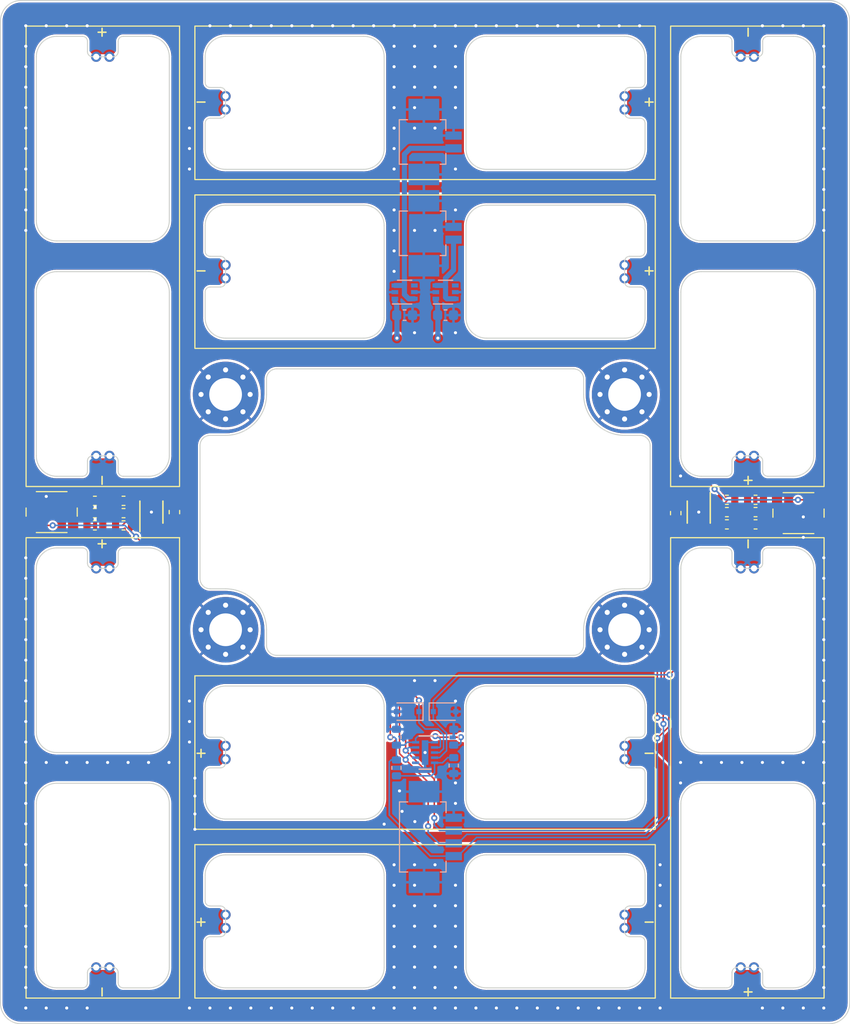
<source format=kicad_pcb>
(kicad_pcb (version 20211014) (generator pcbnew)

  (general
    (thickness 1.004)
  )

  (paper "A4")
  (title_block
    (title "BUTCube - Solar module XY")
    (date "2021-06-01")
    (rev "v1.0")
    (company "VUT")
    (comment 1 "Author: Petr Malaník")
  )

  (layers
    (0 "F.Cu" signal)
    (31 "B.Cu" signal)
    (34 "B.Paste" user)
    (35 "F.Paste" user)
    (36 "B.SilkS" user "B.Silkscreen")
    (37 "F.SilkS" user "F.Silkscreen")
    (38 "B.Mask" user)
    (39 "F.Mask" user)
    (40 "Dwgs.User" user "User.Drawings")
    (41 "Cmts.User" user "User.Comments")
    (42 "Eco1.User" user "User.Eco1")
    (43 "Eco2.User" user "User.Eco2")
    (44 "Edge.Cuts" user)
    (45 "Margin" user)
    (46 "B.CrtYd" user "B.Courtyard")
    (47 "F.CrtYd" user "F.Courtyard")
    (48 "B.Fab" user)
    (49 "F.Fab" user)
    (50 "User.1" user)
    (51 "User.2" user)
  )

  (setup
    (stackup
      (layer "F.SilkS" (type "Top Silk Screen"))
      (layer "F.Paste" (type "Top Solder Paste"))
      (layer "F.Mask" (type "Top Solder Mask") (color "Blue") (thickness 0.01))
      (layer "F.Cu" (type "copper") (thickness 0.017))
      (layer "dielectric 1" (type "core") (thickness 0.95) (material "FR4") (epsilon_r 4.5) (loss_tangent 0.02))
      (layer "B.Cu" (type "copper") (thickness 0.017))
      (layer "B.Mask" (type "Bottom Solder Mask") (color "Blue") (thickness 0.01))
      (layer "B.Paste" (type "Bottom Solder Paste"))
      (layer "B.SilkS" (type "Bottom Silk Screen"))
      (copper_finish "ENIG")
      (dielectric_constraints no)
    )
    (pad_to_mask_clearance 0)
    (pcbplotparams
      (layerselection 0x00010f0_ffffffff)
      (disableapertmacros false)
      (usegerberextensions false)
      (usegerberattributes true)
      (usegerberadvancedattributes true)
      (creategerberjobfile false)
      (svguseinch false)
      (svgprecision 6)
      (excludeedgelayer true)
      (plotframeref false)
      (viasonmask false)
      (mode 1)
      (useauxorigin false)
      (hpglpennumber 1)
      (hpglpenspeed 20)
      (hpglpendiameter 15.000000)
      (dxfpolygonmode true)
      (dxfimperialunits true)
      (dxfusepcbnewfont true)
      (psnegative false)
      (psa4output false)
      (plotreference false)
      (plotvalue false)
      (plotinvisibletext false)
      (sketchpadsonfab false)
      (subtractmaskfromsilk false)
      (outputformat 1)
      (mirror false)
      (drillshape 0)
      (scaleselection 1)
      (outputdirectory "gerbers")
    )
  )

  (net 0 "")
  (net 1 "Net-(SC1-Pad2)")
  (net 2 "Net-(SC3-Pad2)")
  (net 3 "VCC")
  (net 4 "/SDA")
  (net 5 "/SCL")
  (net 6 "/Solar_unit_1/OUT")
  (net 7 "/Solar_unit_2/OUT")
  (net 8 "/PH_1")
  (net 9 "Net-(R2-Pad2)")
  (net 10 "Net-(R4-Pad2)")
  (net 11 "Net-(R6-Pad2)")
  (net 12 "/PH_2")
  (net 13 "Net-(R10-Pad1)")
  (net 14 "Net-(R11-Pad2)")
  (net 15 "Net-(R13-Pad2)")
  (net 16 "unconnected-(U1-Pad3)")
  (net 17 "unconnected-(U2-Pad3)")
  (net 18 "Net-(R15-Pad2)")
  (net 19 "unconnected-(U3-Pad6)")
  (net 20 "unconnected-(U3-Pad7)")
  (net 21 "Net-(SC5-Pad2)")
  (net 22 "Net-(SC7-Pad2)")
  (net 23 "GND")
  (net 24 "Net-(SC2-Pad2)")
  (net 25 "Net-(C3-Pad1)")
  (net 26 "Net-(C4-Pad1)")
  (net 27 "Net-(SC6-Pad2)")

  (footprint "TCY_passives:R_0603_1608Metric" (layer "F.Cu") (at 117.225 94.1 180))

  (footprint "Package_DFN_QFN:DFN-8-1EP_3x2mm_P0.5mm_EP1.3x1.5mm" (layer "F.Cu") (at 176.25 94 -90))

  (footprint "TCY_solar:SM141K04LV" (layer "F.Cu") (at 149.5 54 180))

  (footprint "TCY_smd_leds:VEMD5160X" (layer "F.Cu") (at 186 94.1 -90))

  (footprint "MountingHole:MountingHole_3.2mm_M3_Pad_Via" (layer "F.Cu") (at 169 82.5))

  (footprint "TCY_passives:R_0603_1608Metric" (layer "F.Cu") (at 179 94))

  (footprint "TCY_solar:SM141K04LV" (layer "F.Cu") (at 149.5 117.5))

  (footprint "TCY_passives:R_0603_1608Metric" (layer "F.Cu") (at 179 92.8))

  (footprint "TCY_solar:SM141K04LV" (layer "F.Cu") (at 118 69 -90))

  (footprint "MountingHole:MountingHole_3.2mm_M3_Pad_Via" (layer "F.Cu") (at 130 105.5))

  (footprint "TCY_passives:R_0603_1608Metric" (layer "F.Cu") (at 117.225 92.9 180))

  (footprint "TCY_passives:R_0603_1608Metric" (layer "F.Cu") (at 120.025 92.9 180))

  (footprint "TCY_passives:R_0603_1608Metric" (layer "F.Cu") (at 181.8 92.8))

  (footprint "TCY_passives:R_0603_1608Metric" (layer "F.Cu") (at 181.8 95.2))

  (footprint "Resistor_SMD:R_0603_1608Metric" (layer "F.Cu") (at 174 94.1 90))

  (footprint "TCY_passives:R_0603_1608Metric" (layer "F.Cu") (at 120.025 94.1 180))

  (footprint "TCY_solar:SM141K04LV" (layer "F.Cu") (at 149.5 70.5 180))

  (footprint "TCY_passives:R_0603_1608Metric" (layer "F.Cu") (at 117.225 95.3 180))

  (footprint "TCY_passives:R_0603_1608Metric" (layer "F.Cu") (at 120.025 95.3 180))

  (footprint "TCY_solar:SM141K04LV" (layer "F.Cu") (at 149.5 134))

  (footprint "TCY_solar:SM141K04LV" (layer "F.Cu") (at 181 119 90))

  (footprint "Package_DFN_QFN:DFN-8-1EP_3x2mm_P0.5mm_EP1.3x1.5mm" (layer "F.Cu") (at 122.75 94 90))

  (footprint "TCY_solar:SM141K04LV" (layer "F.Cu") (at 181 69 90))

  (footprint "MountingHole:MountingHole_3.2mm_M3_Pad_Via" (layer "F.Cu") (at 169 105.5))

  (footprint "TCY_solar:SM141K04LV" (layer "F.Cu") (at 118 119 -90))

  (footprint "MountingHole:MountingHole_3.2mm_M3_Pad_Via" (layer "F.Cu") (at 130 82.5))

  (footprint "TCY_passives:R_0603_1608Metric" (layer "F.Cu") (at 181.8 94))

  (footprint "TCY_smd_leds:VEMD5160X" (layer "F.Cu") (at 113 94 90))

  (footprint "Resistor_SMD:R_0603_1608Metric" (layer "F.Cu") (at 125 94 -90))

  (footprint "TCY_passives:R_0603_1608Metric" (layer "F.Cu") (at 179 95.2))

  (footprint "TCY_connectors:Amphenol_10114830-11103LF_1x04_P1.25mm_Horizontal" (layer "B.Cu") (at 149.25 125.75 90))

  (footprint "Capacitor_SMD:C_0603_1608Metric" (layer "B.Cu") (at 151.5 74.75))

  (footprint "TCY_passives:C_0603_1608Metric" (layer "B.Cu") (at 152.3 116 90))

  (footprint "Diode_SMD:D_SOD-323F" (layer "B.Cu") (at 147.8 113.5 180))

  (footprint "Capacitor_SMD:C_0603_1608Metric" (layer "B.Cu") (at 147.5 74.75))

  (footprint "TCY_passives:C_0603_1608Metric" (layer "B.Cu") (at 146.7 116 90))

  (footprint "Package_TO_SOT_SMD:SOT-363_SC-70-6" (layer "B.Cu") (at 151.5 72.5))

  (footprint "TCY_passives:R_0603_1608Metric" (layer "B.Cu") (at 152.3 118.775 -90))

  (footprint "TCY_passives:R_0603_1608Metric" (layer "B.Cu") (at 146.7 119 -90))

  (footprint "TCY_connectors:Amphenol_10114830-11102LF_1x02_P1.25mm_Horizontal" (layer "B.Cu") (at 151.48 57.825 90))

  (footprint "Package_DFN_QFN:DFN-10-1EP_2x3mm_P0.5mm_EP0.64x2.4mm" (layer "B.Cu") (at 149.5 117.5 180))

  (footprint "Diode_SMD:D_SOD-323F" (layer "B.Cu") (at 151.4 113.5))

  (footprint "TCY_connectors:Amphenol_10114830-11102LF_1x02_P1.25mm_Horizontal" (layer "B.Cu") (at 151.48 66.75 90))

  (footprint "Package_TO_SOT_SMD:SOT-363_SC-70-6" (layer "B.Cu") (at 147.5 72.5))

  (gr_rect (start 145.5 134) (end 153.5 112) (layer "Cmts.User") (width 0.15) (fill none) (tstamp 57a3c598-cb5a-4daf-9af4-979529093240))
  (gr_rect (start 145.5 76) (end 153.5 54) (layer "Cmts.User") (width 0.15) (fill none) (tstamp b317603f-a2d3-4ae2-8a83-32b7652d7e8c))
  (gr_line (start 176.500001 97.500001) (end 179.000001 97.500001) (layer "Edge.Cuts") (width 0.1) (tstamp 00b3e1ef-a67e-4d3a-b80d-f50482a8195e))
  (gr_arc (start 129.500001 132.500001) (mid 129.853554 132.646448) (end 130.000001 133.000001) (layer "Edge.Cuts") (width 0.1) (tstamp 00e6beb7-1e10-497b-988c-c94ca5df12b1))
  (gr_arc (start 176.500001 140.500001) (mid 175.085787 139.914215) (end 174.500001 138.500001) (layer "Edge.Cuts") (width 0.1) (tstamp 0264496f-a315-49e7-882a-e9d60ef9d761))
  (gr_line (start 169.000001 55.000001) (end 169.000001 53.000001) (layer "Edge.Cuts") (width 0.1) (tstamp 030ef28a-29d4-4f58-92e8-740bf14ab01d))
  (gr_arc (start 170.500001 86.500001) (mid 171.207108 86.792894) (end 171.500001 87.500001) (layer "Edge.Cuts") (width 0.1) (tstamp 03946f11-006e-4043-98f0-b932c8e6cc34))
  (gr_line (start 134.000001 82.500001) (end 134.000001 81.000001) (layer "Edge.Cuts") (width 0.1) (tstamp 03ebb772-1d47-4ea8-bee6-438a5351f43f))
  (gr_line (start 145.500001 75.000001) (end 145.500001 66.000001) (layer "Edge.Cuts") (width 0.1) (tstamp 0674b05c-22ab-4675-8356-346b2be22ccb))
  (gr_line (start 130.000001 47.500001) (end 143.500001 47.500001) (layer "Edge.Cuts") (width 0.1) (tstamp 088ac4dd-3daa-40fb-af75-a87d2ca18cab))
  (gr_line (start 128.000001 138.500001) (end 128.000001 136.000001) (layer "Edge.Cuts") (width 0.1) (tstamp 08ad1628-8b1b-47ef-b26f-00efc5c5edd7))
  (gr_line (start 129.500001 69.000001) (end 128.500001 69.000001) (layer "Edge.Cuts") (width 0.1) (tstamp 0a17cd0c-c216-4052-9779-c98cdac11059))
  (gr_arc (start 174.500001 122.500001) (mid 175.085787 121.085787) (end 176.500001 120.500001) (layer "Edge.Cuts") (width 0.1) (tstamp 0aa384b9-5fdf-4a25-8097-ef31896fbb26))
  (gr_line (start 108.000001 46.000001) (end 108.000001 142.000001) (layer "Edge.Cuts") (width 0.1) (tstamp 0ad08118-9899-463a-b697-72649ee59560))
  (gr_line (start 185.500001 90.500001) (end 183.000001 90.500001) (layer "Edge.Cuts") (width 0.1) (tstamp 0b646642-449f-4617-ad23-1781968649e2))
  (gr_arc (start 120.000001 90.500001) (mid 119.646448 90.353554) (end 119.500001 90.000001) (layer "Edge.Cuts") (width 0.1) (tstamp 0b8a7e74-e02a-4f46-8e2c-6246a3838cca))
  (gr_line (start 119.500001 89.000001) (end 119.500001 90.000001) (layer "Edge.Cuts") (width 0.1) (tstamp 0f9e0cb3-2fd0-4d5d-a2fe-80065912e294))
  (gr_arc (start 116.500001 89.000001) (mid 116.646448 88.646448) (end 117.000001 88.500001) (layer "Edge.Cuts") (width 0.1) (tstamp 12601d4d-9f6b-441d-bd90-fada6e4b87e5))
  (gr_arc (start 187.500001 88.500001) (mid 186.914215 89.914215) (end 185.500001 90.500001) (layer "Edge.Cuts") (width 0.1) (tstamp 133f56f4-a29c-4cbf-87b7-9d99a292e3c0))
  (gr_line (start 135.000001 80.000001) (end 164.000001 80.000001) (layer "Edge.Cuts") (width 0.1) (tstamp 14242bae-8524-4027-8ca6-e45db1acc693))
  (gr_arc (start 155.500001 77.000001) (mid 154.085787 76.414215) (end 153.500001 75.000001) (layer "Edge.Cuts") (width 0.1) (tstamp 146b09be-e3d7-4be9-aa98-90524a1ba26a))
  (gr_line (start 128.000001 68.500001) (end 128.000001 66.000001) (layer "Edge.Cuts") (width 0.1) (tstamp 152f7b3a-2310-423c-81ce-7f34ea88d024))
  (gr_arc (start 171.000001 58.500001) (mid 170.414215 59.914215) (end 169.000001 60.500001) (layer "Edge.Cuts") (width 0.1) (tstamp 19d605d5-1915-4376-b100-e3274f9d2a86))
  (gr_arc (start 155.500001 124.000001) (mid 154.085787 123.414215) (end 153.500001 122.000001) (layer "Edge.Cuts") (width 0.1) (tstamp 1a4ba80d-ce84-49d9-9aa9-382d973157ab))
  (gr_arc (start 124.500001 115.500001) (mid 123.914215 116.914215) (end 122.500001 117.500001) (layer "Edge.Cuts") (width 0.1) (tstamp 1b3793fa-ff31-49ac-80ce-fefcb9512f06))
  (gr_line (start 187.500001 115.500001) (end 187.500001 99.500001) (layer "Edge.Cuts") (width 0.1) (tstamp 1b93425f-eab6-4cb4-a982-fcb1369c2021))
  (gr_line (start 169.500001 55.500001) (end 170.500001 55.500001) (layer "Edge.Cuts") (width 0.1) (tstamp 1c9c256d-6e33-4e33-93ee-bae4c57e6347))
  (gr_line (start 122.500001 140.500001) (end 120.000001 140.500001) (layer "Edge.Cuts") (width 0.1) (tstamp 1d523ade-1f78-4031-a299-2ae4450d1b44))
  (gr_line (start 169.500001 119.000001) (end 170.500001 119.000001) (layer "Edge.Cuts") (width 0.1) (tstamp 1d53c7b8-4c2d-4664-ba7a-bb66bb6b7ebb))
  (gr_line (start 171.000001 113.000001) (end 171.000001 115.500001) (layer "Edge.Cuts") (width 0.1) (tstamp 1db1b457-10db-48a4-829b-5c34723fa2ee))
  (gr_line (start 129.500001 55.500001) (end 128.500001 55.500001) (layer "Edge.Cuts") (width 0.1) (tstamp 1e6d97e8-40a2-4ca6-8b3a-afb965f9ba4d))
  (gr_line (start 122.500001 67.500001) (end 113.500001 67.500001) (layer "Edge.Cuts") (width 0.1) (tstamp 1fde3468-aba6-49c6-a7b7-d865dd7484de))
  (gr_line (start 145.500001 49.500001) (end 145.500001 58.500001) (layer "Edge.Cuts") (width 0.1) (tstamp 20e49b1d-d90a-4488-89fc-ee4eaba24864))
  (gr_line (start 153.500001 75.000001) (end 153.500001 66.000001) (layer "Edge.Cuts") (width 0.1) (tstamp 20e878ea-6838-4335-b917-a9cfaf287486))
  (gr_line (start 187.500001 65.500001) (end 187.500001 49.500001) (layer "Edge.Cuts") (width 0.1) (tstamp 2145192e-276b-41fd-b6c1-ef3031e7403e))
  (gr_line (start 182.500001 98.000001) (end 182.500001 99.000001) (layer "Edge.Cuts") (width 0.1) (tstamp 22aa810a-f72f-4792-84bb-a49465ad20c6))
  (gr_arc (start 169.500001 55.500001) (mid 169.146448 55.353554) (end 169.000001 55.000001) (layer "Edge.Cuts") (width 0.1) (tstamp 22ffcec7-c46b-4002-84e5-0af591b2b6ed))
  (gr_arc (start 128.000001 56.000001) (mid 128.146448 55.646448) (end 128.500001 55.500001) (layer "Edge.Cuts") (width 0.1) (tstamp 24e3289b-8b0f-4967-aaa3-6d372baf7f6a))
  (gr_line (start 129.500001 116.000001) (end 128.500001 116.000001) (layer "Edge.Cuts") (width 0.1) (tstamp 25b7e7be-81db-41bf-a39a-a8e859cadcc4))
  (gr_line (start 171.000001 129.500001) (end 171.000001 132.000001) (layer "Edge.Cuts") (width 0.1) (tstamp 27e08f43-7223-49b1-ae5d-107c06c521d8))
  (gr_line (start 113.500001 47.500001) (end 116.000001 47.500001) (layer "Edge.Cuts") (width 0.1) (tstamp 28880334-2eea-4eb9-89a4-483b3e1d1085))
  (gr_arc (start 124.500001 88.500001) (mid 123.914215 89.914215) (end 122.500001 90.500001) (layer "Edge.Cuts") (width 0.1) (tstamp 2b230d1e-6a37-452f-9bf2-0788512b3357))
  (gr_line (start 189.000001 44.000001) (end 110.000001 44.000001) (layer "Edge.Cuts") (width 0.1) (tstamp 2b4ed30a-94e5-4229-8b59-792fb0488906))
  (gr_arc (start 174.500001 99.500001) (mid 175.085787 98.085787) (end 176.500001 97.500001) (layer "Edge.Cuts") (width 0.1) (tstamp 2cdfa19e-b112-44a2-b41b-380a0ec51a7c))
  (gr_line (start 117.000001 138.500001) (end 119.000001 138.500001) (layer "Edge.Cuts") (width 0.1) (tstamp 2d15909f-4f85-4a6a-8471-b6060751bdb3))
  (gr_arc (start 171.500001 100.500001) (mid 171.207108 101.207108) (end 170.500001 101.500001) (layer "Edge.Cuts") (width 0.1) (tstamp 2d46d92a-c3d3-4904-ace8-85eda27f583f))
  (gr_line (start 113.500001 70.500001) (end 122.500001 70.500001) (layer "Edge.Cuts") (width 0.1) (tstamp 2d7f4422-cbf8-4d75-bbf0-dc9079e0f02b))
  (gr_arc (start 155.500001 140.500001) (mid 154.085787 139.914215) (end 153.500001 138.500001) (layer "Edge.Cuts") (width 0.1) (tstamp 2da46a10-7c4e-4e0c-947c-84a07e3a6cde))
  (gr_arc (start 153.500001 113.000001) (mid 154.085787 111.585787) (end 155.500001 111.000001) (layer "Edge.Cuts") (width 0.1) (tstamp 2de1f222-3821-4b11-bd3b-25af54a353af))
  (gr_arc (start 130.000001 101.500001) (mid 132.828428 102.671574) (end 134.000001 105.500001) (layer "Edge.Cuts") (width 0.1) (tstamp 2e02b543-01b1-4cbb-9a25-dc44ab15b711))
  (gr_line (start 119.000001 99.500001) (end 117.000001 99.500001) (layer "Edge.Cuts") (width 0.1) (tstamp 2edac425-3ba0-4ebe-a032-bb842fa3ad88))
  (gr_line (start 119.000001 49.500001) (end 117.000001 49.500001) (layer "Edge.Cuts") (width 0.1) (tstamp 2f6d15c7-4477-4ad9-a200-c7308ef4b846))
  (gr_arc (start 119.500001 99.000001) (mid 119.353554 99.353554) (end 119.000001 99.500001) (layer "Edge.Cuts") (width 0.1) (tstamp 3181f291-c5fb-41cb-a3ce-c0b352ce52ff))
  (gr_line (start 182.500001 89.000001) (end 182.500001 90.000001) (layer "Edge.Cuts") (width 0.1) (tstamp 33077d7c-6c18-47c6-bcc3-cf5f9439b6b3))
  (gr_line (start 164.000001 108.000001) (end 135.000001 108.000001) (layer "Edge.Cuts") (width 0.1) (tstamp 33e0e859-4743-43d1-a450-28fb471d9ddb))
  (gr_arc (start 111.500001 122.500001) (mid 112.085787 121.085787) (end 113.500001 120.500001) (layer "Edge.Cuts") (width 0.1) (tstamp 3428f648-649e-4f45-a71e-37f8a047f21c))
  (gr_line (start 124.500001 99.500001) (end 124.500001 115.500001) (layer "Edge.Cuts") (width 0.1) (tstamp 34c4fedd-25e2-4eca-9c20-596369d74ac7))
  (gr_line (start 127.500001 87.500001) (end 127.500001 100.500001) (layer "Edge.Cuts") (width 0.1) (tstamp 34e4d4fc-cfc8-4e3d-b862-7e32f38b2912))
  (gr_arc (start 145.500001 75.000001) (mid 144.914215 76.414215) (end 143.500001 77.000001) (layer "Edge.Cuts") (width 0.1) (tstamp 377925c6-3385-454d-9dcb-bc3a5653bbda))
  (gr_arc (start 171.000001 138.500001) (mid 170.414215 139.914215) (end 169.000001 140.500001) (layer "Edge.Cuts") (width 0.1) (tstamp 37983a08-54f0-4e46-96c1-0b812cfee02d))
  (gr_arc (start 169.000001 127.500001) (mid 170.414215 128.085787) (end 171.000001 129.500001) (layer "Edge.Cuts") (width 0.1) (tstamp 37dca2bb-7b7c-4bca-9c23-fafb0004f606))
  (gr_arc (start 128.000001 129.500001) (mid 128.585787 128.085787) (end 130.000001 127.500001) (layer "Edge.Cuts") (width 0.1) (tstamp 38e4a7cc-c8a7-4fa4-af0d-cd5b9016332a))
  (gr_line (start 130.000001 133.000001) (end 130.000001 135.000001) (layer "Edge.Cuts") (width 0.1) (tstamp 397bfb33-6c37-4a89-a4ee-95e5259e0966))
  (gr_line (start 182.000001 49.500001) (end 180.000001 49.500001) (layer "Edge.Cuts") (width 0.1) (tstamp 3a5d34ae-87c5-4ae4-a8f2-c5f32c24f5c4))
  (gr_arc (start 165.000001 105.500001) (mid 166.171574 102.671574) (end 169.000001 101.500001) (layer "Edge.Cuts") (width 0.1) (tstamp 3be023fa-95ae-4bfb-b1f4-bebf37df07b2))
  (gr_arc (start 119.500001 49.000001) (mid 119.353554 49.353554) (end 119.000001 49.500001) (layer "Edge.Cuts") (width 0.1) (tstamp 3c695ccc-06b0-4bcf-a704-380ff89b5ef2))
  (gr_line (start 111.500001 99.500001) (end 111.500001 115.500001) (layer "Edge.Cuts") (width 0.1) (tstamp 3e78e5c6-f844-41c6-971f-ceac04097f2d))
  (gr_line (start 145.500001 113.000001) (end 145.500001 122.000001) (layer "Edge.Cuts") (width 0.1) (tstamp 3f54ac1c-0121-4a51-8a79-50616823a414))
  (gr_arc (start 169.000001 69.500001) (mid 169.146448 69.146448) (end 169.500001 69.000001) (layer "Edge.Cuts") (width 0.1) (tstamp 3fd72aaf-9a23-4622-82b9-5c9b61663b15))
  (gr_arc (start 171.000001 115.500001) (mid 170.853554 115.853554) (end 170.500001 116.000001) (layer "Edge.Cuts") (width 0.1) (tstamp 3ff64ec7-0511-46fe-a046-f2152f15b260))
  (gr_arc (start 128.500001 116.000001) (mid 128.146448 115.853554) (end 128.000001 115.500001) (layer "Edge.Cuts") (width 0.1) (tstamp 40e68bf0-fcae-443a-bf2f-15ac723e05fb))
  (gr_arc (start 182.000001 138.500001) (mid 182.353554 138.646448) (end 182.500001 139.000001) (layer "Edge.Cuts") (width 0.1) (tstamp 41c27958-b0b3-4c40-be05-01ba5156f7ec))
  (gr_arc (start 119.500001 98.000001) (mid 119.646448 97.646448) (end 120.000001 97.500001) (layer "Edge.Cuts") (width 0.1) (tstamp 41fc4511-ad21-4276-8888-4e4c322e3b3e))
  (gr_arc (start 119.000001 88.500001) (mid 119.353554 88.646448) (end 119.500001 89.000001) (layer "Edge.Cuts") (width 0.1) (tstamp 43a9bf09-97ca-4edd-9732-e421ab7ff713))
  (gr_line (start 130.000001 127.500001) (end 143.500001 127.500001) (layer "Edge.Cuts") (width 0.1) (tstamp 445c03d1-be8f-4e9b-a1d4-fe6666d2d99d))
  (gr_line (start 182.500001 49.000001) (end 182.500001 48.000001) (layer "Edge.Cuts") (width 0.1) (tstamp 45580011-4377-47e9-afe0-9e7c1de12b0b))
  (gr_line (start 128.000001 75.000001) (end 128.000001 72.500001) (layer "Edge.Cuts") (width 0.1) (tstamp 458f49a1-1659-49b5-b1e9-c39a470bf0c6))
  (gr_line (start 176.500001 70.500001) (end 185.500001 70.500001) (layer "Edge.Cuts") (width 0.1) (tstamp 45dd537d-543e-414b-830f-4eb2d15efdeb))
  (gr_line (start 113.500001 120.500001) (end 122.500001 120.500001) (layer "Edge.Cuts") (width 0.1) (tstamp 46a54584-d0a7-470a-b1fb-466c0c598793))
  (gr_line (start 155.500001 127.500001) (end 169.000001 127.500001) (layer "Edge.Cuts") (width 0.1) (tstamp 474ac12d-2343-418e-be2c-60d7e0ad313b))
  (gr_line (start 116.500001 49.000001) (end 116.500001 48.000001) (layer "Edge.Cuts") (width 0.1) (tstamp 484b1152-4acd-411f-83ac-5dfd6c63aa5d))
  (gr_arc (start 180.000001 99.500001) (mid 179.646448 99.353554) (end 179.500001 99.000001) (layer "Edge.Cuts") (width 0.1) (tstamp 488c867e-a049-4c6d-9b5d-2265700d3176))
  (gr_line (start 169.500001 72.000001) (end 170.500001 72.000001) (layer "Edge.Cuts") (width 0.1) (tstamp 48a74fda-262e-44f5-8230-64904578ae97))
  (gr_arc (start 117.000001 99.500001) (mid 116.646448 99.353554) (end 116.500001 99.000001) (layer "Edge.Cuts") (width 0.1) (tstamp 4c3fd363-83bd-4872-a414-a437b42b446f))
  (gr_line (start 124.500001 72.500001) (end 124.500001 88.500001) (layer "Edge.Cuts") (width 0.1) (tstamp 4ccfa111-56d3-4e74-a6e4-be1181061378))
  (gr_line (start 119.500001 49.000001) (end 119.500001 48.000001) (layer "Edge.Cuts") (width 0.1) (tstamp 4cf29f4f-7b1f-4bcb-ae58-fd42cb5b93c1))
  (gr_arc (start 182.500001 98.000001) (mid 182.646448 97.646448) (end 183.000001 97.500001) (layer "Edge.Cuts") (width 0.1) (tstamp 4db26184-fd34-4461-8db6-a8c94c84e31b))
  (gr_arc (start 183.000001 90.500001) (mid 182.646448 90.353554) (end 182.500001 90.000001) (layer "Edge.Cuts") (width 0.1) (tstamp 4e21098b-d83d-44b1-81a5-73a532da4f98))
  (gr_arc (start 182.500001 48.000001) (mid 182.646448 47.646448) (end 183.000001 47.500001) (layer "Edge.Cuts") (width 0.1) (tstamp 4f4d776a-c863-498c-ba7b-80f36ec5fcef))
  (gr_line (start 174.500001 138.500001) (end 174.500001 122.500001) (layer "Edge.Cuts") (width 0.1) (tstamp 51a0096a-bf68-48e8-9e65-60c4d94b442e))
  (gr_arc (start 171.000001 122.000001) (mid 170.414215 123.414215) (end 169.000001 124.000001) (layer "Edge.Cuts") (width 0.1) (tstamp 534357e3-65fc-461b-9315-61f184736996))
  (gr_line (start 130.000001 101.500001) (end 128.500001 101.500001) (layer "Edge.Cuts") (width 0.1) (tstamp 53560205-dbdc-4532-b74b-57e7e3bc4322))
  (gr_arc (start 143.500001 64.000001) (mid 144.914215 64.585787) (end 145.500001 66.000001) (layer "Edge.Cuts") (width 0.1) (tstamp 542dc222-86ac-426c-98a1-878ba5db7664))
  (gr_line (start 187.500001 88.500001) (end 187.500001 72.500001) (layer "Edge.Cuts") (width 0.1) (tstamp 543e5e99-3e6f-460c-8fd7-270593f3971d))
  (gr_arc (start 169.000001 116.500001) (mid 169.146448 116.146448) (end 169.500001 116.000001) (layer "Edge.Cuts") (width 0.1) (tstamp 5464dceb-759b-4bcc-979a-5f5d3cd5bc3b))
  (gr_arc (start 122.500001 120.500001) (mid 123.914215 121.085787) (end 124.500001 122.500001) (layer "Edge.Cuts") (width 0.1) (tstamp 55b6f857-c229-407e-9d6c-406126b201d2))
  (gr_line (start 170.500001 52.500001) (end 169.500001 52.500001) (layer "Edge.Cuts") (width 0.1) (tstamp 55cd1773-c392-4823-b31a-26f4a1e31ceb))
  (gr_arc (start 171.000001 68.500001) (mid 170.853554 68.853554) (end 170.500001 69.000001) (layer "Edge.Cuts") (width 0.1) (tstamp 5726b3c7-2b95-4430-99e5-27f8506a3256))
  (gr_arc (start 122.500001 97.500001) (mid 123.914215 98.085787) (end 124.500001 99.500001) (layer "Edge.Cuts") (width 0.1) (tstamp 588d4719-46e3-40bf-95a5-c059739220dc))
  (gr_line (start 169.500001 116.000001) (end 170.500001 116.000001) (layer "Edge.Cuts") (width 0.1) (tstamp 5939fcbc-c8ae-4e0f-899d-09f817dee4c3))
  (gr_line (start 122.500001 90.500001) (end 120.000001 90.500001) (layer "Edge.Cuts") (width 0.1) (tstamp 59dd685b-56f7-4f0f-97b4-05145ca69713))
  (gr_arc (start 129.500001 69.000001) (mid 129.853554 69.146448) (end 130.000001 69.500001) (layer "Edge.Cuts") (width 0.1) (tstamp 5c9228a6-a03b-4ba7-b25b-d9626c5d0c7e))
  (gr_arc (start 170.500001 135.500001) (mid 170.853554 135.646448) (end 171.000001 136.000001) (layer "Edge.Cuts") (width 0.1) (tstamp 5d2461c2-6696-465b-9dc1-9916a784d756))
  (gr_arc (start 174.500001 49.500001) (mid 175.085787 48.085787) (end 176.500001 47.500001) (layer "Edge.Cuts") (width 0.1) (tstamp 5dcfad58-3351-4e22-bcc6-e3be953d002d))
  (gr_arc (start 110.000001 144.000001) (mid 108.585787 143.414215) (end 108.000001 142.000001) (layer "Edge.Cuts") (width 0.1) (tstamp 5dde91f8-ddf6-45eb-a0db-b81980ac66ac))
  (gr_line (start 155.500001 47.500001) (end 169.000001 47.500001) (layer "Edge.Cuts") (width 0.1) (tstamp 5f469285-6199-47ab-89d2-08f6c2b8969e))
  (gr_line (start 174.500001 88.500001) (end 174.500001 72.500001) (layer "Edge.Cuts") (width 0.1) (tstamp 5f66d579-93f2-4255-af6f-02a6bc247e8e))
  (gr_arc (start 129.500001 116.000001) (mid 129.853554 116.146448) (end 130.000001 116.500001) (layer "Edge.Cuts") (width 0.1) (tstamp 5f9f3e52-3a57-4b5d-b25a-149abc970f24))
  (gr_line (start 169.500001 132.500001) (end 170.500001 132.500001) (layer "Edge.Cuts") (width 0.1) (tstamp 6013f378-ecc9-443a-9af5-2536bfde409d))
  (gr_line (start 170.500001 86.500001) (end 169.000001 86.500001) (layer "Edge.Cuts") (width 0.1) (tstamp 60642185-3a5a-41d9-b933-ce289eb7af00))
  (gr_arc (start 169.000001 133.000001) (mid 169.146448 132.646448) (end 169.500001 132.500001) (layer "Edge.Cuts") (width 0.1) (tstamp 612f0468-549a-498c-bdd5-b17733fe9c8b))
  (gr_arc (start 153.500001 66.000001) (mid 154.085787 64.585787) (end 155.500001 64.000001) (layer "Edge.Cuts") (width 0.1) (tstamp 624e0fd0-7b9c-492b-99f7-a26a7bf6f591))
  (gr_line (start 122.500001 47.500001) (end 120.000001 47.500001) (layer "Edge.Cuts") (width 0.1) (tstamp 62b456ca-005b-4ca3-ac11-a01681ade9dc))
  (gr_line (start 170.500001 69.000001) (end 169.500001 69.000001) (layer "Edge.Cuts") (width 0.1) (tstamp 638c1bae-1fe9-4d18-84d5-682a76dc0da4))
  (gr_arc (start 169.500001 135.500001) (mid 169.146448 135.353554) (end 169.000001 135.000001) (layer "Edge.Cuts") (width 0.1) (tstamp 640ecc8f-4847-4dfd-b9bc-f4992f4fe153))
  (gr_arc (start 124.500001 65.500001) (mid 123.914215 66.914215) (end 122.500001 67.500001) (layer "Edge.Cuts") (width 0.1) (tstamp 64738936-cacc-4a67-bc6b-c1c75699a64b))
  (gr_arc (start 179.500001 90.000001) (mid 179.353554 90.353554) (end 179.000001 90.500001) (layer "Edge.Cuts") (width 0.1) (tstamp 6619f33b-2c1b-43bc-9f9f-45543b6e65b0))
  (gr_line (start 169.000001 101.500001) (end 170.500001 101.500001) (layer "Edge.Cuts") (width 0.1) (tstamp 661b85cb-4f0d-4333-b7e5-1c722564930b))
  (gr_line (start 117.000001 88.500001) (end 119.000001 88.500001) (layer "Edge.Cuts") (width 0.1) (tstamp 6a1071ea-7fe6-4e13-b952-7861233bc067))
  (gr_arc (start 128.000001 72.500001) (mid 128.146448 72.146448) (end 128.500001 72.000001) (layer "Edge.Cuts") (width 0.1) (tstamp 6a9f1378-6dcb-4f56-b0dc-d437ba52a1b8))
  (gr_arc (start 187.500001 138.500001) (mid 186.914215 139.914215) (end 185.500001 140.500001) (layer "Edge.Cuts") (width 0.1) (tstamp 6b02d891-3bc0-4d05-a062-d9ad6fea9f2d))
  (gr_arc (start 185.500001 47.500001) (mid 186.914215 48.085787) (end 187.500001 49.500001) (layer "Edge.Cuts") (width 0.1) (tstamp 6b6be34a-5f99-4f16-b23c-6db3722e59dd))
  (gr_arc (start 187.500001 65.500001) (mid 186.914215 66.914215) (end 185.500001 67.500001) (layer "Edge.Cuts") (width 0.1) (tstamp 6c67fafa-4edf-4657-ae06-99c8ef652a00))
  (gr_arc (start 185.500001 120.500001) (mid 186.914215 121.085787) (end 187.500001 122.500001) (layer "Edge.Cuts") (width 0.1) (tstamp 6d300e89-63c4-4faa-ac1a-f33c1e1013d6))
  (gr_line (start 119.500001 99.000001) (end 119.500001 98.000001) (layer "Edge.Cuts") (width 0.1) (tstamp 6e7855ec-c438-43b6-931f-2e203c6b8209))
  (gr_line (start 128.000001 52.000001) (end 128.000001 49.500001) (layer "Edge.Cuts") (width 0.1) (tstamp 6e9f473b-1e49-4cd8-a852-131d2e9964a7))
  (gr_line (start 129.500001 119.000001) (end 128.500001 119.000001) (layer "Edge.Cuts") (width 0.1) (tstamp 6ec52ffc-9916-4a62-a919-c732990d1b95))
  (gr_arc (start 113.500001 140.500001) (mid 112.085787 139.914215) (end 111.500001 138.500001) (layer "Edge.Cuts") (width 0.1) (tstamp 6f65455d-ee69-4121-8383-45f4b6cc3b22))
  (gr_arc (start 171.000001 52.000001) (mid 170.853554 52.353554) (end 170.500001 52.500001) (layer "Edge.Cuts") (width 0.1) (tstamp 6ff2dc95-8344-4250-abbb-fa4430e2d896))
  (gr_line (start 116.500001 89.000001) (end 116.500001 90.000001) (layer "Edge.Cuts") (width 0.1) (tstamp 70085084-4978-4bba-80cf-04b4f619c2c2))
  (gr_arc (start 169.000001 111.000001) (mid 170.414215 111.585787) (end 171.000001 113.000001) (layer "Edge.Cuts") (width 0.1) (tstamp 741c4e02-f87b-4215-90da-c12893529b95))
  (gr_line (start 111.500001 49.500001) (end 111.500001 65.500001) (layer "Edge.Cuts") (width 0.1) (tstamp 75abfcb3-cc4e-410b-9e29-e23520496e6a))
  (gr_line (start 143.500001 60.500001) (end 130.000001 60.500001) (layer "Edge.Cuts") (width 0.1) (tstamp 76134c69-efaa-4575-9308-4124986bd376))
  (gr_arc (start 120.000001 140.500001) (mid 119.646448 140.353554) (end 119.500001 140.000001) (layer "Edge.Cuts") (width 0.1) (tstamp 77ef45d7-d238-42ee-932e-91a83fec9dc3))
  (gr_line (start 130.000001 86.500001) (end 128.500001 86.500001) (layer "Edge.Cuts") (width 0.1) (tstamp 781e7b07-86b6-4f26-b829-9817875d3057))
  (gr_line (start 134.000001 107.000001) (end 134.000001 105.500001) (layer "Edge.Cuts") (width 0.1) (tstamp 782bede3-25ea-40d3-baab-5e90db1bae32))
  (gr_arc (start 128.000001 136.000001) (mid 128.146448 135.646448) (end 128.500001 135.500001) (layer "Edge.Cuts") (width 0.1) (tstamp 7956bd00-9221-46b2-968d-a3cf92e6e17d))
  (gr_arc (start 113.500001 67.500001) (mid 112.085787 66.914215) (end 111.500001 65.500001) (layer "Edge.Cuts") (width 0.1) (tstamp 796bf4ce-1452-4c61-b9eb-62c599fcf956))
  (gr_arc (start 182.500001 49.000001) (mid 182.353554 49.353554) (end 182.000001 49.500001) (layer "Edge.Cuts") (width 0.1) (tstamp 7986647a-bda0-4498-8db8-01205c46a3c4))
  (gr_line (start 169.000001 60.500001) (end 155.500001 60.500001) (layer "Edge.Cuts") (width 0.1) (tstamp 7a6c0cde-2477-4956-a7dc-fea7ca6e1c95))
  (gr_arc (start 130.000001 140.500001) (mid 128.585787 139.914215) (end 128.000001 138.500001) (layer "Edge.Cuts") (width 0.1) (tstamp 7c9dede2-35cf-405f-bfe4-f784f3157322))
  (gr_line (start 116.500001 98.000001) (end 116.500001 99.000001) (layer "Edge.Cuts") (width 0.1) (tstamp 7cc95ca8-447e-430b-aea3-4b87ed1a3302))
  (gr_line (start 183.000001 97.500001) (end 185.500001 97.500001) (layer "Edge.Cuts") (width 0.1) (tstamp 7d27ba4f-2264-4ac0-a041-02cb3e4462f3))
  (gr_arc (start 130.000001 60.500001) (mid 128.585787 59.914215) (end 128.000001 58.500001) (layer "Edge.Cuts") (width 0.1) (tstamp 80554289-e012-44b6-9f20-e48a343f410d))
  (gr_arc (start 174.500001 72.500001) (mid 175.085787 71.085787) (end 176.500001 70.500001) (layer "Edge.Cuts") (width 0.1) (tstamp 81601e11-250a-4f88-bc29-372fcf3f9d3f))
  (gr_arc (start 169.500001 72.000001) (mid 169.146448 71.853554) (end 169.000001 71.500001) (layer "Edge.Cuts") (width 0.1) (tstamp 82b39ea1-2f05-498f-8ef1-3f3e7ee7c2f5))
  (gr_line (start 128.000001 132.000001) (end 128.000001 129.500001) (layer "Edge.Cuts") (width 0.1) (tstamp 8458f8a4-f8c4-46e1-8c11-3da49265e2cb))
  (gr_line (start 182.000001 99.500001) (end 180.000001 99.500001) (layer "Edge.Cuts") (width 0.1) (tstamp 85d55c39-c34c-41c0-bc1f-dbfb726f47a1))
  (gr_arc (start 128.500001 132.500001) (mid 128.146448 132.353554) (end 128.000001 132.000001) (layer "Edge.Cuts") (width 0.1) (tstamp 86b6db2c-1e8f-4895-ba6a-8862494a460f))
  (gr_arc (start 182.000001 88.500001) (mid 182.353554 88.646448) (end 182.500001 89.000001) (layer "Edge.Cuts") (width 0.1) (tstamp 8749c304-9e63-4b89-a582-447b685a9a75))
  (gr_arc (start 185.500001 70.500001) (mid 186.914215 71.085787) (end 187.500001 72.500001) (layer "Edge.Cuts") (width 0.1) (tstamp 8a5cb9f8-63e0-433f-9c3d-2770fe56b9b6))
  (gr_arc (start 170.500001 55.500001) (mid 170.853554 55.646448) (end 171.000001 56.000001) (layer "Edge.Cuts") (width 0.1) (tstamp 8acb05ec-8539-4ff7-8e45-31727d5278d9))
  (gr_line (start 183.000001 140.500001) (end 185.500001 140.500001) (layer "Edge.Cuts") (width 0.1) (tstamp 8bb7be25-d56e-46dc-ae5a-5feab0542f5d))
  (gr_line (start 169.000001 135.000001) (end 169.000001 133.000001) (layer "Edge.Cuts") (width 0.1) (tstamp 8cf5aed7-5af9-4cf8-83ae-365c8a09b254))
  (gr_arc (start 128.000001 119.500001) (mid 128.146448 119.146448) (end 128.500001 119.000001) (layer "Edge.Cuts") (width 0.1) (tstamp 8e7def31-1ccf-48c7-90f0-5b0934dd49cd))
  (gr_line (start 169.000001 124.000001) (end 155.500001 124.000001) (layer "Edge.Cuts") (width 0.1) (tstamp 8ef94911-ae42-4fa9-8a54-f2ee9f796fc3))
  (gr_arc (start 130.000001 118.500001) (mid 129.853554 118.853554) (end 129.500001 119.000001) (layer "Edge.Cuts") (width 0.1) (tstamp 8f457c02-d521-4d68-9689-d03db85604ce))
  (gr_line (start 169.000001 77.000001) (end 155.500001 77.000001) (layer "Edge.Cuts") (width 0.1) (tstamp 8f91fd74-ea4c-4ea7-9a3c-b3c59a2f6891))
  (gr_line (start 171.000001 72.500001) (end 171.000001 75.000001) (layer "Edge.Cuts") (width 0.1) (tstamp 915888dd-bbe8-4532-aeab-d41342abb65b))
  (gr_arc (start 130.000001 135.000001) (mid 129.853554 135.353554) (end 129.500001 135.500001) (layer "Edge.Cuts") (width 0.1) (tstamp 93ccd5ae-b6e1-4ae8-83e9-3c261c8a88bd))
  (gr_arc (start 179.000001 47.500001) (mid 179.353554 47.646448) (end 179.500001 48.000001) (layer "Edge.Cuts") (width 0.1) (tstamp 93f748ec-c712-4d8a-8550-1e6820145c68))
  (gr_line (start 116.500001 139.000001) (end 116.500001 140.000001) (layer "Edge.Cuts") (width 0.1) (tstamp 94956737-8353-47c9-9868-8ae0d3e190af))
  (gr_arc (start 170.500001 72.000001) (mid 170.853554 72.146448) (end 171.000001 72.500001) (layer "Edge.Cuts") (width 0.1) (tstamp 94d20cef-2040-4438-a0d9-a8cc0017caac))
  (gr_line (start 143.500001 140.500001) (end 130.000001 140.500001) (layer "Edge.Cuts") (width 0.1) (tstamp 9660d879-cbb0-4699-b31b-959bcb24d401))
  (gr_line (start 130.000001 53.000001) (end 130.000001 55.000001) (layer "Edge.Cuts") (width 0.1) (tstamp 96ae93f8-dc51-43ba-baf5-c024f2ea8338))
  (gr_arc (start 113.500001 117.500001) (mid 112.085787 116.914215) (end 111.500001 115.500001) (layer "Edge.Cuts") (width 0.1) (tstamp 98909eb2-b365-4629-84b2-4eaf2d9ef303))
  (gr_line (start 179.500001 49.000001) (end 179.500001 48.000001) (layer "Edge.Cuts") (width 0.1) (tstamp 98add144-c468-4d83-a328-27a7914d0950))
  (gr_line (start 129.500001 72.000001) (end 128.500001 72.000001) (layer "Edge.Cuts") (width 0.1) (tstamp 990b9776-1469-4621-bc24-f77209ba3820))
  (gr_arc (start 116.000001 47.500001) (mid 116.353554 47.646448) (end 116.500001 48.000001) (layer "Edge.Cuts") (width 0.1) (tstamp 993438f9-f029-4591-820d-064e2e749435))
  (gr_line (start 180.000001 138.500001) (end 182.000001 138.500001) (layer "Edge.Cuts") (width 0.1) (tstamp 9abcfb7c-fa8b-43a3-be55-1a2e51209738))
  (gr_arc (start 182.500001 99.000001) (mid 182.353554 99.353554) (end 182.000001 99.500001) (layer "Edge.Cuts") (width 0.1) (tstamp 9b8d86b2-c4ec-4b86-85d8-f39652afc1a6))
  (gr_line (start 176.500001 117.500001) (end 185.500001 117.500001) (layer "Edge.Cuts") (width 0.1) (tstamp 9cb13042-736c-47d5-b51e-bfde7e0aa600))
  (gr_line (start 179.500001 90.000001) (end 179.500001 89.000001) (layer "Edge.Cuts") (width 0.1) (tstamp 9cdab6bd-4118-4aad-bf4c-0b295b90c664))
  (gr_arc (start 111.500001 72.500001) (mid 112.085787 71.085787) (end 113.500001 70.500001) (layer "Edge.Cuts") (width 0.1) (tstamp 9cdc7a16-0c75-479d-b3e0-24c04a085782))
  (gr_arc (start 116.500001 139.000001) (mid 116.646448 138.646448) (end 117.000001 138.500001) (layer "Edge.Cuts") (width 0.1) (tstamp 9d0b8179-d0da-4bfb-9b0b-05884f67af11))
  (gr_line (start 111.500001 72.500001) (end 111.500001 88.500001) (layer "Edge.Cuts") (width 0.1) (tstamp 9d89b714-4cd0-485c-8bd2-bea9c2db7ee5))
  (gr_arc (start 169.000001 86.500001) (mid 166.171574 85.328428) (end 165.000001 82.500001) (layer "Edge.Cuts") (width 0.1) (tstamp 9d97cc1c-ac66-46df-9167-a1e843806126))
  (gr_arc (start 124.500001 138.500001) (mid 123.914215 139.914215) (end 122.500001 140.500001) (layer "Edge.Cuts") (width 0.1) (tstamp 9edfc2ce-e1d5-4f5b-baba-6f7588c21264))
  (gr_line (start 145.500001 138.500001) (end 145.500001 129.500001) (layer "Edge.Cuts") (width 0.1) (tstamp 9f027b30-10f9-4342-9241-9be34715992b))
  (gr_line (start 187.500001 138.500001) (end 187.500001 122.500001) (layer "Edge.Cuts") (width 0.1) (tstamp 9f436784-02fd-4296-8179-a1c5a8c9cc81))
  (gr_line (start 189.000001 144.000001) (end 110.000001 144.000001) (layer "Edge.Cuts") (width 0.1) (tstamp 9fa1a746-788e-41c3-aae6-4891620f8526))
  (gr_line (start 130.000001 69.500001) (end 130.000001 71.500001) (layer "Edge.Cuts") (width 0.1) (tstamp 9fa21e4c-ed0f-42c6-8437-e7a91a901df1))
  (gr_arc (start 116.000001 97.500001) (mid 116.353554 97.646448) (end 116.500001 98.000001) (layer "Edge.Cuts") (width 0.1) (tstamp 9fcc2e00-aa04-4605-a3e7-55f48a90eb84))
  (gr_line (start 165.000001 107.000001) (end 165.000001 105.500001) (layer "Edge.Cuts") (width 0.1) (tstamp a25d5ecc-03b1-4a4a-9e7d-9d109a3cba93))
  (gr_line (start 116.000001 140.500001) (end 113.500001 140.500001) (layer "Edge.Cuts") (width 0.1) (tstamp a3e3e820-6208-4094-9c1d-f91f66c90009))
  (gr_arc (start 170.500001 119.000001) (mid 170.853554 119.146448) (end 171.000001 119.500001) (layer "Edge.Cuts") (width 0.1) (tstamp a457ea9f-ed9c-4b98-8e6c-5ba493780fcd))
  (gr_line (start 113.500001 97.500001) (end 116.000001 97.500001) (layer "Edge.Cuts") (width 0.1) (tstamp a4774177-d9c2-4539-9b5b-a880e6cfa704))
  (gr_line (start 176.500001 120.500001) (end 185.500001 120.500001) (layer "Edge.Cuts") (width 0.1) (tstamp a5353582-2a77-4e0e-93e6-7fa9d657d81a))
  (gr_line (start 171.000001 49.500001) (end 171.000001 52.000001) (layer "Edge.Cuts") (width 0.1) (tstamp a555a9cd-d56b-453c-8274-54647e0fd3ad))
  (gr_line (start 176.500001 140.500001) (end 179.000001 140.500001) (layer "Edge.Cuts") (width 0.1) (tstamp a5d72701-5787-406a-8067-2378a4f28a96))
  (gr_line (start 180.000001 88.500001) (end 182.000001 88.500001) (layer "Edge.Cuts") (width 0.1) (tstamp a60d4a6f-bbf9-4b44-9f0c-7dec92f1ce58))
  (gr_line (start 153.500001 113.000001) (end 153.500001 122.000001) (layer "Edge.Cuts") (width 0.1) (tstamp a6588d6c-5553-4866-b2bd-fea039a18f64))
  (gr_arc (start 179.500001 139.000001) (mid 179.646448 138.646448) (end 180.000001 138.500001) (layer "Edge.Cuts") (width 0.1) (tstamp a7432b28-2668-405a-84d6-8fdbb194fe23))
  (gr_arc (start 108.000001 46.000001) (mid 108.585787 44.585787) (end 110.000001 44.000001) (layer "Edge.Cuts") (width 0.1) (tstamp a89e0858-e18b-4c22-8db9-bf43627852fe))
  (gr_arc (start 128.500001 69.000001) (mid 128.146448 68.853554) (end 128.000001 68.500001) (layer "Edge.Cuts") (width 0.1) (tstamp a9d4a3db-6972-4c40-9783-e8caf5a4265e))
  (gr_arc (start 111.500001 49.500001) (mid 112.085787 48.085787) (end 113.500001 47.500001) (layer "Edge.Cuts") (width 0.1) (tstamp ab6bbdc1-58aa-4112-a9c2-93714c9d1fcc))
  (gr_line (start 143.500001 64.000001) (end 130.000001 64.000001) (layer "Edge.Cuts") (width 0.1) (tstamp ae08e55c-6544-4775-abdd-b6e7aa8e0b53))
  (gr_arc (start 185.500001 97.500001) (mid 186.914215 98.085787) (end 187.500001 99.500001) (layer "Edge.Cuts") (width 0.1) (tstamp ae305c31-0dc9-483b-85f1-7ad58a28e73f))
  (gr_arc (start 145.500001 122.000001) (mid 144.914215 123.414215) (end 143.500001 124.000001) (layer "Edge.Cuts") (width 0.1) (tstamp af40eb08-de68-4cc1-afcd-1d7ec59e90f4))
  (gr_arc (start 119.000001 138.500001) (mid 119.353554 138.646448) (end 119.500001 139.000001) (layer "Edge.Cuts") (width 0.1) (tstamp af8c6dc1-2bef-4975-8804-a6346b563cc2))
  (gr_arc (start 145.500001 138.500001) (mid 144.914215 139.914215) (end 143.500001 140.500001) (layer "Edge.Cuts") (width 0.1) (tstamp afb84848-6349-48b2-8d73-39f9d59735d4))
  (gr_line (start 116.000001 90.500001) (end 113.500001 90.500001) (layer "Edge.Cuts") (width 0.1) (tstamp afcd9a68-b57d-4405-a89e-454619739687))
  (gr_arc (start 176.500001 117.500001) (mid 175.085787 116.914215) (end 174.500001 115.500001) (layer "Edge.Cuts") (width 0.1) (tstamp b0a36e30-d6ac-479f-b4fe-89993b077541))
  (gr_arc (start 122.500001 47.500001) (mid 123.914215 48.085787) (end 124.500001 49.500001) (layer "Edge.Cuts") (width 0.1) (tstamp b1008b7a-717e-4f7b-b475-714d66fda83f))
  (gr_arc (start 117.000001 49.500001) (mid 116.646448 49.353554) (end 116.500001 49.000001) (layer "Edge.Cuts") (width 0.1) (tstamp b31459b2-b640-4009-ac19-11e0cba6bea8))
  (gr_line (start 169.500001 135.500001) (end 170.500001 135.500001) (layer "Edge.Cuts") (width 0.1) (tstamp b36b2475-2c3b-4e5e-a2b8-8ca2a02c2318))
  (gr_line (start 183.000001 47.500001) (end 185.500001 47.500001) (layer "Edge.Cuts") (width 0.1) (tstamp b383ba22-79d0-43b2-a77d-889bc670036d))
  (gr_arc (start 113.500001 90.500001) (mid 112.085787 89.914215) (end 111.500001 88.500001) (layer "Edge.Cuts") (width 0.1) (tstamp b529e22c-e406-4fee-beb3-c28eef8d7bef))
  (gr_line (start 169.000001 118.500001) (end 169.000001 116.500001) (layer "Edge.Cuts") (width 0.1) (tstamp b552cb4c-5e26-47d2-a7dd-70ddf83450de))
  (gr_line (start 174.500001 115.500001) (end 174.500001 99.500001) (layer "Edge.Cuts") (width 0.1) (tstamp b9a9eafc-15dc-4c89-86f8-845b55952bb4))
  (gr_arc (start 143.500001 47.500001) (mid 144.914215 48.085787) (end 145.500001 49.500001) (layer "Edge.Cuts") (width 0.1) (tstamp bad9112a-cac5-4dd4-bc9e-12533f37a889))
  (gr_arc (start 128.000001 113.000001) (mid 128.585787 111.585787) (end 130.000001 111.000001) (layer "Edge.Cuts") (width 0.1) (tstamp bb3adeaa-31f4-4813-b1de-b61cb553c6eb))
  (gr_arc (start 130.000001 77.000001) (mid 128.585787 76.414215) (end 128.000001 75.000001) (layer "Edge.Cuts") (width 0.1) (tstamp bc177ba8-d685-4de5-8b9f-7c4eae1794fc))
  (gr_arc (start 153.500001 49.500001) (mid 154.085787 48.085787) (end 155.500001 47.500001) (layer "Edge.Cuts") (width 0.1) (tstamp bca4b51f-7877-4161-8997-7e44cb244d10))
  (gr_line (start 128.000001 115.500001) (end 128.000001 113.000001) (layer "Edge.Cuts") (width 0.1) (tstamp bcaaa00c-c7ff-4122-9a9e-b95e6a3661ad))
  (gr_arc (start 187.500001 115.500001) (mid 186.914215 116.914215) (end 185.500001 117.500001) (layer "Edge.Cuts") (width 0.1) (tstamp bce6dda5-5cbb-44b8-b84e-187aaf1338dc))
  (gr_arc (start 134.000001 81.000001) (mid 134.292894 80.292894) (end 135.000001 80.000001) (layer "Edge.Cuts") (width 0.1) (tstamp bcf51306-b8ab-475a-afa6-396541c7874b))
  (gr_line (start 171.000001 56.000001) (end 171.000001 58.500001) (layer "Edge.Cuts") (width 0.1) (tstamp be7a6713-529a-4462-82e4-076094b31da2))
  (gr_arc (start 171.000001 75.000001) (mid 170.414215 76.414215) (end 169.000001 77.000001) (layer "Edge.Cuts") (width 0.1) (tstamp bebd45cd-fcfb-4345-99c7-93005e512918))
  (gr_arc (start 164.000001 80.000001) (mid 164.707108 80.292894) (end 165.000001 81.000001) (layer "Edge.Cuts") (width 0.1) (tstamp bfecd68b-6b20-4df3-92f5-be0528be6893))
  (gr_line (start 113.500001 117.500001) (end 122.500001 117.500001) (layer "Edge.Cuts") (width 0.1) (tstamp c117625e-1d64-4e4d-bdd8-50b4d3b9c9d9))
  (gr_line (start 171.000001 66.000001) (end 171.000001 68.500001) (layer "Edge.Cuts") (width 0.1) (tstamp c2781203-a5cb-4415-9b72-67a35b24d8e3))
  (gr_line (start 179.500001 139.000001) (end 179.500001 140.000001) (layer "Edge.Cuts") (width 0.1) (tstamp c36824e6-34b9-4e7c-bbc0-bcb87124d40c))
  (gr_arc (start 176.500001 67.500001) (mid 175.085787 66.914215) (end 174.500001 65.500001) (layer "Edge.Cuts") (width 0.1) (tstamp c3b2cdb1-64b0-4348-92b2-cd6b5bdfa143))
  (gr_arc (start 169.000001 47.500001) (mid 170.414215 48.085787) (end 171.000001 49.500001) (layer "Edge.Cuts") (width 0.1) (tstamp c4453281-59ee-47d3-bd52-06aeb5935aac))
  (gr_line (start 143.500001 77.000001) (end 130.000001 77.000001) (layer "Edge.Cuts") (width 0.1) (tstamp c7e2c76f-2a07-4a9d-96f9-1bbf9a49a411))
  (gr_arc (start 143.500001 111.000001) (mid 144.914215 111.585787) (end 145.500001 113.000001) (layer "Edge.Cuts") (width 0.1) (tstamp c8197997-070d-4d76-a831-226a5257887d))
  (gr_line (start 111.500001 122.500001) (end 111.500001 138.500001) (layer "Edge.Cuts") (width 0.1) (tstamp c85b2a28-6213-4dc6-9cd1-aa97e7ef5aeb))
  (gr_arc (start 179.000001 97.500001) (mid 179.353554 97.646448) (end 179.500001 98.000001) (layer "Edge.Cuts") (width 0.1) (tstamp c931f20c-3821-44ef-bfc2-f9b0412d11a1))
  (gr_line (start 174.500001 65.500001) (end 174.500001 49.500001) (layer "Edge.Cuts") (width 0.1) (tstamp c95af14e-6479-4878-bed2-2a9b5c411407))
  (gr_arc (start 169.500001 119.000001) (mid 169.146448 118.853554) (end 169.000001 118.500001) (layer "Edge.Cuts") (width 0.1) (tstamp c9d18ef9-6ceb-494a-bd16-bbde67e6ee7e))
  (gr_line (start 191.000001 46.000001) (end 191.000001 142.000001) (layer "Edge.Cuts") (width 0.1) (tstamp ca610b7c-f568-41c7-9d03-9d7f295b23fb))
  (gr_line (start 176.500001 47.500001) (end 179.000001 47.500001) (layer "Edge.Cuts") (width 0.1) (tstamp cc885a55-089d-4708-805b-7e98cdbb729f))
  (gr_arc (start 179.500001 89.000001) (mid 179.646448 88.646448) (end 180.000001 88.500001) (layer "Edge.Cuts") (width 0.1) (tstamp ce65c524-5177-498e-b74b-7e4f4913563f))
  (gr_line (start 128.000001 58.500001) (end 128.000001 56.000001) (layer "Edge.Cuts") (width 0.1) (tstamp d0d3dbd9-f95b-4a8c-b651-c68c3d7898e1))
  (gr_arc (start 189.000001 44.000001) (mid 190.414215 44.585787) (end 191.000001 46.000001) (layer "Edge.Cuts") (width 0.1) (tstamp d1c02117-664d-4cf5-a29a-45ba1c6dd923))
  (gr_arc (start 134.000001 82.500001) (mid 132.828428 85.328428) (end 130.000001 86.500001) (layer "Edge.Cuts") (width 0.1) (tstamp d2675691-e67c-4be6-9104-20f689b26ea4))
  (gr_arc (start 145.500001 58.500001) (mid 144.914215 59.914215) (end 143.500001 60.500001) (layer "Edge.Cuts") (width 0.1) (tstamp d28fefff-4834-46e1-857c-d59cbae2942e))
  (gr_line (start 165.000001 81.000001) (end 165.000001 82.500001) (layer "Edge.Cuts") (width 0.1) (tstamp d3391fe7-f029-4013-8373-0b537eb0646a))
  (gr_arc (start 128.500001 101.500001) (mid 127.792894 101.207108) (end 127.500001 100.500001) (layer "Edge.Cuts") (width 0.1) (tstamp d5a9dfe7-a2ef-4b1d-94da-aed91d662e1c))
  (gr_arc (start 127.500001 87.500001) (mid 127.792894 86.792894) (end 128.500001 86.500001) (layer "Edge.Cuts") (width 0.1) (tstamp d6578ab8-5743-4a27-a84c-e24eaf205bf5))
  (gr_arc (start 130.000001 71.500001) (mid 129.853554 71.853554) (end 129.500001 72.000001) (layer "Edge.Cuts") (width 0.1) (tstamp d6730251-0a4f-4362-9cc6-d3344a032da7))
  (gr_arc (start 155.500001 60.500001) (mid 154.085787 59.914215) (end 153.500001 58.500001) (layer "Edge.Cuts") (width 0.1) (tstamp d6a0199f-1348-4e49-93fa-781a5d76d858))
  (gr_line (start 171.000001 136.000001) (end 171.000001 138.500001) (layer "Edge.Cuts") (width 0.1) (tstamp d7df11ee-4362-49c5-be38-76fe35c7f94d))
  (gr_arc (start 119.500001 48.000001) (mid 119.646448 47.646448) (end 120.000001 47.500001) (layer "Edge.Cuts") (width 0.1) (tstamp d8506d5d-8b23-4226-89bd-2dec4ebba454))
  (gr_arc (start 143.500001 127.500001) (mid 144.914215 128.085787) (end 145.500001 129.500001) (layer "Edge.Cuts") (width 0.1) (tstamp d885d597-352b-43a4-91b1-65b0a8671264))
  (gr_line (start 153.500001 49.500001) (end 153.500001 58.500001) (layer "Edge.Cuts") (width 0.1) (tstamp d8b704d1-5e8d-4508-b957-f658842224a4))
  (gr_arc (start 128.000001 49.500001) (mid 128.585787 48.085787) (end 130.000001 47.500001) (layer "Edge.Cuts") (width 0.1) (tstamp d8d6c3b6-e190-4a50-83d9-cd4b341fcd86))
  (gr_line (start 130.000001 116.500001) (end 130.000001 118.500001) (layer "Edge.Cuts") (width 0.1) (tstamp da8b2bb9-3857-4c2f-bff9-6c2c29255ffc))
  (gr_line (start 171.500001 100.500001) (end 171.500001 87.500001) (layer "Edge.Cuts") (width 0.1) (tstamp dd5767a1-3a3a-478b-9f89-fafd54d9bb3b))
  (gr_line (start 169.000001 111.000001) (end 155.500001 111.000001) (layer "Edge.Cuts") (width 0.1) (tstamp df5ca949-0b83-4aa0-861a-afdc82ed4d08))
  (gr_line (start 153.500001 138.500001) (end 153.500001 129.500001) (layer "Edge.Cuts") (width 0.1) (tstamp e008dd1f-f899-48e9-a31a-ba4b868276d4))
  (gr_arc (start 129.500001 52.500001) (mid 129.853554 52.646448) (end 130.000001 53.000001) (layer "Edge.Cuts") (width 0.1) (tstamp e03c1ce5-98b0-456b-9561-277c930a2ea5))
  (gr_arc (start 122.500001 70.500001) (mid 123.914215 71.085787) (end 124.500001 72.500001) (layer "Edge.Cuts") (width 0.1) (tstamp e04d5e51-6490-44be-aae2-2430d73dc197))
  (gr_line (start 124.500001 49.500001) (end 124.500001 65.500001) (layer "Edge.Cuts") (width 0.1) (tstamp e4b770c3-82be-4fd3-ab74-88eac2bdcf12))
  (gr_line (start 129.500001 132.500001) (end 128.500001 132.500001) (layer "Edge.Cuts") (width 0.1) (tstamp e73e830f-d179-49a3-8456-85dbaff11a0a))
  (gr_arc (start 171.000001 132.000001) (mid 170.853554 132.353554) (end 170.500001 132.500001) (layer "Edge.Cuts") (width 0.1) (tstamp e7afe8f8-70e3-439d-825f-03d939c49516))
  (gr_arc (start 169.000001 53.000001) (mid 169.146448 52.646448) (end 169.500001 52.500001) (layer "Edge.Cuts") (width 0.1) (tstamp e8327f58-02c1-4d9e-9ed4-5e590253c0ec))
  (gr_line (start 169.000001 140.500001) (end 155.500001 140.500001) (layer "Edge.Cuts") (width 0.1) (tstamp e898ab3f-7604-4c03-95b7-a76bbc16d670))
  (gr_arc (start 128.000001 66.000001) (mid 128.585787 64.585787) (end 130.000001 64.000001) (layer "Edge.Cuts") (width 0.1) (tstamp e8e86ec8-605d-4fd9-baf3-a5d08ee4c40d))
  (gr_line (start 119.500001 139.000001) (end 119.500001 140.000001) (layer "Edge.Cuts") (width 0.1) (tstamp eb317f05-56f4-4c20-a7d6-b2d4b823ff62))
  (gr_line (start 129.500001 52.500001) (end 128.500001 52.500001) (layer "Edge.Cuts") (width 0.1) (tstamp eb59e1ba-d485-4ef9-acdc-3b830ff75b1f))
  (gr_line (start 171.000001 119.500001) (end 171.000001 122.000001) (layer "Edge.Cuts") (width 0.1) (tstamp ed85c6c1-a840-4f06-afb8-e77faf6ee7eb))
  (gr_arc (start 179.500001 140.000001) (mid 179.353554 140.353554) (end 179.000001 140.500001) (layer "Edge.Cuts") (width 0.1) (tstamp ee42982e-4f0a-4da0-95ab-ad296c43024d))
  (gr_arc (start 183.000001 140.500001) (mid 182.646448 140.353554) (end 182.500001 140.000001) (layer "Edge.Cuts") (width 0.1) (tstamp ee71bcb7-bd72-4c1c-aacb-bb2fc8fac539))
  (gr_line (start 182.500001 139.000001) (end 182.500001 140.000001) (layer "Edge.Cuts") (width 0.1) (tstamp ee9460ff-3ef1-4aff-afa8-46a40d575450))
  (gr_line (start 169.000001 71.500001) (end 169.000001 69.500001) (layer "Edge.Cuts") (width 0.1) (tstamp efc20dda-f6f4-40c5-8d73-6f92846985c3))
  (gr_arc (start 153.500001 129.500001) (mid 154.085787 128.085787) (end 155.500001 127.500001) (layer "Edge.Cuts") (width 0.1) (tstamp f0bd41e8-a40e-4881-8a21-92cd8918d104))
  (gr_line (start 129.500001 135.500001) (end 128.500001 135.500001) (layer "Edge.Cuts") (width 0.1) (tstamp f3083de2-82b3-4866-8f13-310272d4ed10))
  (gr_arc (start 169.000001 64.000001) (mid 170.414215 64.585787) (end 171.000001 66.000001) (layer "Edge.Cuts") (width 0.1) (tstamp f390f5f4-68c5-4d68-9d20-4c131eb4a627))
  (gr_line (start 143.500001 124.000001) (end 130.000001 124.000001) (layer "Edge.Cuts") (width 0.1) (tstamp f393e4ea-c031-4138-bc72-c178299e55c1))
  (gr_line (start 169.000001 64.000001) (end 155.500001 64.000001) (layer "Edge.Cuts") (width 0.1) (tstamp f4357925-a1dc-47d8-96f4-5b92df376167))
  (gr_arc (start 180.000001 49.500001) (mid 179.646448 49.353554) (end 179.500001 49.000001) (layer "Edge.Cuts") (width 0.1) (tstamp f5b32b2b-9e4e-4ab9-9d7d-ffda471b6013))
  (gr_arc (start 165.000001 107.000001) (mid 164.707108 107.707108) (end 164.000001 108.000001) (layer "Edge.Cuts") (width 0.1) (tstamp f60cdee9-40a3-4a05-9520-1f3b6041d6e3))
  (gr_arc (start 116.500001 140.000001) (mid 116.353554 140.353554) (end 116.000001 140.500001) (layer "Edge.Cuts") (width 0.1) (tstamp f6439afd-d653-4627-851d-c01ed110d9c8))
  (gr_arc (start 130.000001 124.000001) (mid 128.585787 123.414215) (end 128.000001 122.000001) (layer "Edge.Cuts") (width 0.1) (tstamp f69cb62f-7cb0-4fec-9fe2-e665dbc3e3e8))
  (gr_line (start 185.500001 67.500001) (end 176.500001 67.500001) (layer "Edge.Cuts") (width 0.1) (tstamp f74e1ead-5603-46cd-9e3b-07666689aab5))
  (gr_arc (start 116.500001 90.000001) (mid 116.353554 90.353554) (end 116.000001 90.500001) (layer "Edge.Cuts") (width 0.1) (tstamp f78315f4-673a-4372-9413-d41c2219c866))
  (gr_arc (start 111.500001 99.500001) (mid 112.085787 98.085787) (end 113.500001 97.500001) (layer "Edge.Cuts") (width 0.1) (tstamp f7da44ac-ef66-4289-b3e7-3cfc535d26f6))
  (gr_arc (start 191.000001 142.000001) (mid 190.414215 143.414215) (end 189.000001 144.000001) (layer "Edge.Cuts") (width 0.1) (tstamp f7eae1b3-5f12-4d4e-b8b7-4fea1c6e809e))
  (gr_line (start 128.000001 122.000001) (end 128.000001 119.500001) (layer "Edge.Cuts") (width 0.1) (tstamp f818aeea-4f0c-4577-a280-bcaf364e647f))
  (gr_arc (start 135.000001 108.000001) (mid 134.292894 107.707108) (end 134.000001 107.000001) (layer "Edge.Cuts") (width 0.1) (tstamp f9089e89-3fbd-45ce-a9a9-3c79efd9bae5))
  (gr_line (start 179.500001 99.000001) (end 179.500001 98.000001) (layer "Edge.Cuts") (width 0.1) (tstamp f9c9c9bd-0ede-4f92-8ff2-93cfee8ed965))
  (gr_arc (start 128.500001 52.500001) (mid 128.146448 52.353554) (end 128.000001 52.000001) (layer "Edge.Cuts") (width 0.1) (tstamp f9cb1150-7ff8-469a-b5b0-0cd57d4707f0))
  (gr_line (start 120.000001 97.500001) (end 122.500001 97.500001) (layer "Edge.Cuts") (width 0.1) (tstamp fae40a0f-eda3-4514-9bfe-83f3322c33dc))
  (gr_line (start 124.500001 122.500001) (end 124.500001 138.500001) (layer "Edge.Cuts") (width 0.1) (tstamp fb9436d0-9882-4664-8c5e-ac330fdf592d))
  (gr_arc (start 130.000001 55.000001) (mid 129.853554 55.353554) (end 129.500001 55.500001) (layer "Edge.Cuts") (width 0.1) (tstamp fc10a87e-254d-41ed-8c38-d323eadc7516))
  (gr_line (start 143.500001 111.000001) (end 130.000001 111.000001) (layer "Edge.Cuts") (width 0.1) (tstamp fd582bfa-d82f-452b-8f77-8d494098751e))
  (gr_arc (start 176.500001 90.500001) (mid 175.085787 89.914215) (end 174.500001 88.500001) (layer "Edge.Cuts") (width 0.1) (tstamp ff4169e5-2028-43a0-b5b3-55e284787ab9))
  (gr_line (start 179.000001 90.500001) (end 176.500001 90.500001) (layer "Edge.Cuts") (width 0.1) (tstamp ffdf118f-34bd-4893-8fe6-d69b8e8c4188))

  (segment (start 179.5 45.75) (end 181 47.25) (width 1) (layer "F.Cu") (net 1) (tstamp 158d6b04-8e1a-411a-9def-1a40bf91f8e7))
  (segment (start 173.5 47.5) (end 175.25 45.75) (width 1) (layer "F.Cu") (net 1) (tstamp 1a2a0df3-8c40-4bdc-a9e4-80f44654429c))
  (segment (start 181 47.25) (end 181 48.5) (width 1) (layer "F.Cu") (net 1) (tstamp 751e7af7-db35-407b-84ba-4a76d731f979))
  (segment (start 171.25 70.5) (end 173.5 68.25) (width 1) (layer "F.Cu") (net 1) (tstamp 819e7af3-3744-48b7-bf65-d0d75c1f08c5))
  (segment (start 175.25 45.75) (end 179.5 45.75) (width 1) (layer "F.Cu") (net 1) (tstamp b8d2024c-c9e0-4fba-b7d6-452a54abb0d7))
  (segment (start 170 70.5) (end 171.25 70.5) (width 1) (layer "F.Cu") (net 1) (tstamp e988d609-a036-4d15-abcc-2fe51e13d3e6))
  (segment (start 173.5 68.25) (end 173.5 47.5) (width 1) (layer "F.Cu") (net 1) (tstamp f2e47cc8-d032-4985-9a81-9572d4dea433))
  (segment (start 124.5 45.75) (end 126.25 47.5) (width 1) (layer "F.Cu") (net 2) (tstamp 06314720-bfc5-404e-a400-0e6f2ee0cd8c))
  (segment (start 127.75 54) (end 129 54) (width 1) (layer "F.Cu") (net 2) (tstamp 1670dd1d-b118-44ee-9b8a-04e8b73b6d19))
  (segment (start 119.5 45.75) (end 124.5 45.75) (width 1) (layer "F.Cu") (net 2) (tstamp 1ce93517-99a9-4a6f-a83c-5a841c70fa0b))
  (segment (start 118 47.25) (end 119.5 45.75) (width 1) (layer "F.Cu") (net 2) (tstamp 75959c1f-ec94-4278-a52c-ca0c9c3cf8f5))
  (segment (start 126.25 52.5) (end 127.75 54) (width 1) (layer "F.Cu") (net 2) (tstamp 9c21b47b-5484-4fee-9758-a19232a90c95))
  (segment (start 118 48.5) (end 118 47.25) (width 1) (layer "F.Cu") (net 2) (tstamp a8f02d8a-4f4b-4630-a6dd-40d5cc9f5bf9))
  (segment (start 126.25 47.5) (end 126.25 52.5) (width 1) (layer "F.Cu") (net 2) (tstamp b472e32d-c653-4966-83dd-21b9ae1ca6d8))
  (segment (start 177.45 95.45) (end 177 95.45) (width 0.15) (layer "F.Cu") (net 3) (tstamp 0c295f13-a07d-4e07-87e9-8394b21c7d2f))
  (segment (start 150.6 116) (end 153 116) (width 0.15) (layer "F.Cu") (net 3) (tstamp 19ff73f6-8169-4dbe-a08b-7ecbe79ff85c))
  (segment (start 172.7 109.011098) (end 172.7 92.663464) (width 0.15) (layer "F.Cu") (net 3) (tstamp 2a524002-41e9-44d8-abd2-502595288559))
  (segment (start 172.2 114.1) (end 172.2 109.511098) (width 0.15) (layer "F.Cu") (net 3) (tstamp 3420a944-fee0-46ac-9b10-f551ee4062f8))
  (segment (start 120.8 92.9) (end 121.2 92.9) (width 0.15) (layer "F.Cu") (net 3) (tstamp 3e443c2c-b1ac-44c3-8685-c3707ae15440))
  (segment (start 127.2 110.1) (end 145.4 110.1) (width 0.15) (layer "F.Cu") (net 3) (tstamp 45c9b50d-781f-48f0-81ed-ba339c52664f))
  (segment (start 178.225 92.8) (end 178.225 92.175) (width 0.15) (layer "F.Cu") (net 3) (tstamp 48814147-ae47-4bf6-b8ec-55c652968cf4))
  (segment (start 110.9 95.3) (end 110.9 92.7) (width 0.15) (layer "F.Cu") (net 3) (tstamp 4eb46dd3-1185-4278-94e8-3e62767537a5))
  (segment (start 178.225 94) (end 178.225 95.2) (width 0.15) (layer "F.Cu") (net 3) (tstamp 5fee798e-66e3-4473-8622-3232a7ddd505))
  (segment (start 172.7 92.663464) (end 174.063464 91.3) (width 0.15) (layer "F.Cu") (net 3) (tstamp 67e8b49c-76d3-4660-a9db-9a1c264c81e0))
  (segment (start 188.1 92.8) (end 185.95 92.8) (width 0.15) (layer "F.Cu") (net 3) (tstamp 6ffa63fc-1587-4fad-870b-6fa3a035eaf2))
  (segment (start 120.8 94.1) (end 120.8 95.3) (width 0.15) (layer "F.Cu") (net 3) (tstamp 753b8dca-77c4-45c7-8e33-2584808a5771))
  (segment (start 125.400978 108.300978) (end 127.2 110.1) (width 0.15) (layer "F.Cu") (net 3) (tstamp 78b59ac6-b555-4cbb-b71e-1834ec3354aa))
  (segment (start 178.225 92.8) (end 178.225 94) (width 0.15) (layer "F.Cu") (net 3) (tstamp 8967d5ed-a03b-4769-980e-4de9bb3660bb))
  (segment (start 121.55 92.55) (end 122 92.55) (width 0.15) (layer "F.Cu") (net 3) (tstamp 8a15d955-5839-4730-9168-7f4772972226))
  (segment (start 146.1 110.8) (end 146.1 116) (width 0.15) (layer "F.Cu") (net 3) (tstamp 8bbf459c-4a9d-4a46-b204-fc526fa96814))
  (segment (start 178.225 95.2) (end 177.7 95.2) (width 0.15) (layer "F.Cu") (net 3) (tstamp 948efac3-3da9-4a87-911c-809ab71b3728))
  (segment (start 177.7 95.2) (end 177.45 95.45) (width 0.15) (layer "F.Cu") (net 3) (tstamp 96e36ea9-32c6-4b30-88d6-a114c8e9e4b0))
  (segment (start 124.6 97.1) (end 125.400978 97.900978) (width 0.15) (layer "F.Cu") (net 3) (tstamp a3517129-0db0-49aa-81fd-b0f53a20a8bd))
  (segment (start 120.8 95.95) (end 121.95 97.1) (width 0.15) (layer "F.Cu") (net 3) (tstamp a76312a3-dbaa-4c44-aae2-87aeace1aeab))
  (segment (start 121.2 92.9) (end 121.55 92.55) (width 0.15) (layer "F.Cu") (net 3) (tstamp aa1163ce-30db-4815-a8bb-695f48b2f4dd))
  (segment (start 120.8 92.9) (end 120.8 94.1) (width 0.15) (layer "F.Cu") (net 3) (tstamp b214986f-50be-49fb-b85e-8d91ed8633a5))
  (segment (start 120.8 95.3) (end 120.8 95.95) (width 0.15) (layer "F.Cu") (net 3) (tstamp b3a573ee-3b40-4108-9b2f-742fd723c07b))
  (segment (start 177.35 91.3) (end 177.8 91.75) (width 0.15) (layer "F.Cu") (net 3) (tstamp c2c84f86-c8d6-4377-8b2d-60e575bad7bc))
  (segment (start 150.5 115.9) (end 150.6 116) (width 0.15) (layer "F.Cu") (net 3) (tstamp cfd3251b-9103-4165-833f-d6a88e3e7a32))
  (segment (start 178.225 92.175) (end 177.8 91.75) (width 0.15) (layer "F.Cu") (net 3) (tstamp d51e67ea-d48d-4a44-8bac-812e6de5f386))
  (segment (start 110.9 95.3) (end 113.1 95.3) (width 0.15) (layer "F.Cu") (net 3) (tstamp da4c08ed-e95e-486d-904e-acd9d4d4ecb4))
  (segment (start 125.400978 97.900978) (end 125.400978 108.300978) (width 0.15) (layer "F.Cu") (net 3) (tstamp df5d5a5a-8a85-47a0-9382-0f4359be1fee))
  (segment (start 172.2 109.511098) (end 172.7 109.011098) (width 0.15) (layer "F.Cu") (net 3) (tstamp e062cd99-01ee-4f06-bd56-93736b0a6b9e))
  (segment (start 174.063464 91.3) (end 177.35 91.3) (width 0.15) (layer "F.Cu") (net 3) (tstamp e4d6e574-a00e-4ba3-b717-298c0f1a7e38))
  (segment (start 121.95 97.1) (end 124.6 97.1) (width 0.15) (layer "F.Cu") (net 3) (tstamp ea787f76-ba83-4739-96cc-b2e28034f669))
  (segment (start 145.4 110.1) (end 146.1 110.8) (width 0.15) (layer "F.Cu") (net 3) (tstamp ec53b93b-794e-4bf1-ba32-882fe51ab0a7))
  (segment (start 188.1 92.8) (end 188.1 95.4) (width 0.15) (layer "F.Cu") (net 3) (tstamp f9f331ec-1a8b-401f-a64d-56b818f97b90))
  (via (at 146.1 116) (size 0.6) (drill 0.3) (layers "F.Cu" "B.Cu") (net 3) (tstamp 006be536-b6e5-45c3-bd31-a76d39368d0c))
  (via (at 153 116) (size 0.6) (drill 0.3) (layers "F.Cu" "B.Cu") (net 3) (tstamp 3333a437-094a-4126-981c-1a90640c11d7))
  (via (at 150.5 115.9) (size 0.6) (drill 0.3) (layers "F.Cu" "B.Cu") (net 3) (tstamp 3951e3cb-fcd8-4810-8648-780a9d82fdee))
  (via (at 172.2 114.1) (size 0.6) (drill 0.3) (layers "F.Cu" "B.Cu") (net 3) (tstamp 51d5ef0c-a8cc-461f-acee-9c2265726609))
  (via (at 121.25 96.4) (size 0.6) (drill 0.3) (layers "F.Cu" "B.Cu") (net 3) (tstamp 98965bb6-4143-4f2d-82a5-f9947894cad5))
  (via (at 177.8 91.75) (size 0.6) (drill 0.3) (layers "F.Cu" "B.Cu") (net 3) (tstamp c664b65c-24ba-4afb-a966-c7fc5d531b5b))
  (via (at 185.95 92.8) (size 0.6) (drill 0.3) (layers "F.Cu" "B.Cu") (net 3) (tstamp ce4ff177-9ccb-487f-90de-c7e9abe757d5))
  (via (at 113.1 95.3) (size 0.6) (drill 0.3) (layers "F.Cu" "B.Cu") (net 3) (tstamp d4caa1ba-0e60-4bd8-a089-46187907c4c8))
  (segment (start 185.95 92.8) (end 178.85 92.8) (width 0.15) (layer "B.Cu") (net 3) (tstamp 090684f0-2db5-4c27-adcd-136c105cb53b))
  (segment (start 146 118.4) (end 146.175 118.225) (width 0.15) (layer "B.Cu") (net 3) (tstamp 0d728884-f086-4f7d-a9b1-cde7f9b5af5a))
  (segment (start 150.425 117) (end 150.925 117) (width 0.15) (layer "B.Cu") (net 3) (tstamp 16ec19e3-7b49-453e-80e4-246815f99f56))
  (segment (start 146.7 118.225) (end 146.7 116.775) (width 0.15) (layer "B.Cu") (net 3) (tstamp 25cf2556-391b-4f85-a364-f982d099384d))
  (segment (start 147.475 116.775) (end 146.7 116.775) (width 0.15) (layer "B.Cu") (net 3) (tstamp 317f7114-c246-427f-b313-05a2e48a5177))
  (segment (start 150.925 117) (end 150.999511 116.925489) (width 0.15) (layer "B.Cu") (net 3) (tstamp 4eb402ab-5863-4526-915b-609d54207d00))
  (segment (start 152.3 116.775) (end 152.825 116.775) (width 0.15) (layer "B.Cu") (net 3) (tstamp 57ddb796-2cb5-45ac-9699-52c643f7b9a2))
  (segment (start 171.2 125.8) (end 173.324501 123.675499) (width 0.15) (layer "B.Cu") (net 3) (tstamp 739cd600-0971-4406-adea-04e9b2226f50))
  (segment (start 113.1 95.3) (end 120.15 95.3) (width 0.15) (layer "B.Cu") (net 3) (tstamp 757e374a-ea92-43a3-af10-d4b4fe720e20))
  (segment (start 173.324501 123.675499) (end 173.324501 114.424501) (width 0.15) (layer "B.Cu") (net 3) (tstamp 7fbbfba0-5e99-4bcc-8eca-28aeb0ec7d7d))
  (segment (start 152.825 116.775) (end 153 116.6) (width 0.15) (layer "B.Cu") (net 3) (tstamp 885b30b4-ba3c-418a-ba99-8b66866d88a5))
  (segment (start 150.5 115.9) (end 148.8 115.9) (width 0.15) (layer "B.Cu") (net 3) (tstamp 8e07d209-82e1-4e7b-b5bd-3462d7bb4704))
  (segment (start 178.85 92.8) (end 177.8 91.75) (width 0.15) (layer "B.Cu") (net 3) (tstamp 8f47f7a5-5aff-48fe-8e9f-ec4603d3b5e0))
  (segment (start 148.575 116.125) (end 148.575 116.5) (width 0.15) (layer "B.Cu") (net 3) (tstamp 90197cb6-7949-405f-8fea-42c489a68aaa))
  (segment (start 146.5 116) (end 146.7 116.2) (width 0.15) (layer "B.Cu") (net 3) (tstamp 962533a5-e4f0-44fa-936a-731a0611d5bf))
  (segm
... [708840 chars truncated]
</source>
